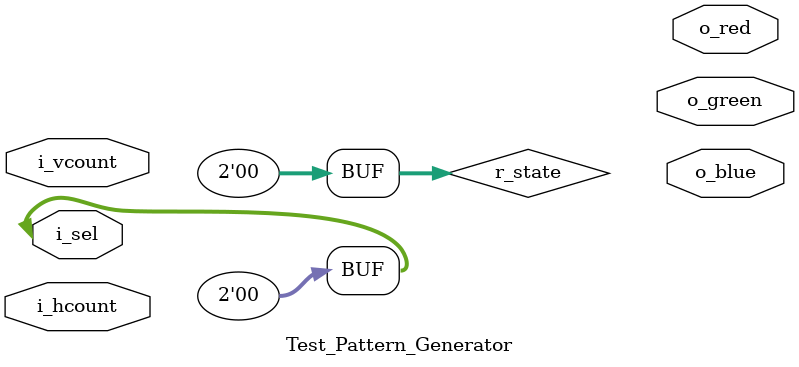
<source format=sv>
`timescale 1ns / 1ps


module Test_Pattern_Generator#(parameter TOTAL_COLUMNS = 1280,
                               parameter TOTAL_ROWS = 720)(
  input [1:0] i_sel,
  input [$clog2(TOTAL_COLUMNS)-1:0] i_hcount,
  input [$clog2(TOTAL_ROWS)-1:0] i_vcount,
  output logic [7:0] o_red,
  output logic [7:0] o_green,
  output logic [7:0] o_blue
  );
  
  localparam ONE_COLOUR_PATTERN = 2'b0;
  localparam CROSS_PATTERN = 2'b01;
  localparam OMBRE_PATTERN = 2'b10;
  localparam MULTI_COLOUR_PATTERN = 2'b11;
  
  logic [1:0] r_state;
  logic [7:0] r_sum;
  
  assign r_state = i_sel;
  
  always_comb begin
    case (r_state)
        ONE_COLOUR_PATTERN : begin
            o_red <= 8'hFF;
            o_green <= 8'h77;
            o_blue <= 8'hAA;
        end
        CROSS_PATTERN : begin
            o_red <= i_hcount == TOTAL_COLUMNS/2 || i_vcount == TOTAL_ROWS/2 
                        ? 8'hFF : 8'h00;
            o_green <= o_red;
            o_blue <= o_red;
        end
        OMBRE_PATTERN : begin
            o_red <= i_hcount[7:0];
            o_green <= o_red;
            o_blue <= o_red;
        end
        MULTI_COLOUR_PATTERN : begin
            o_red <= i_hcount[7:0];
            o_green <= i_vcount[7:0];
            o_blue <= i_hcount[7:0] + i_vcount[7:0];
        end
        default : r_state = ONE_COLOUR_PATTERN;
    endcase
  end
  
endmodule

</source>
